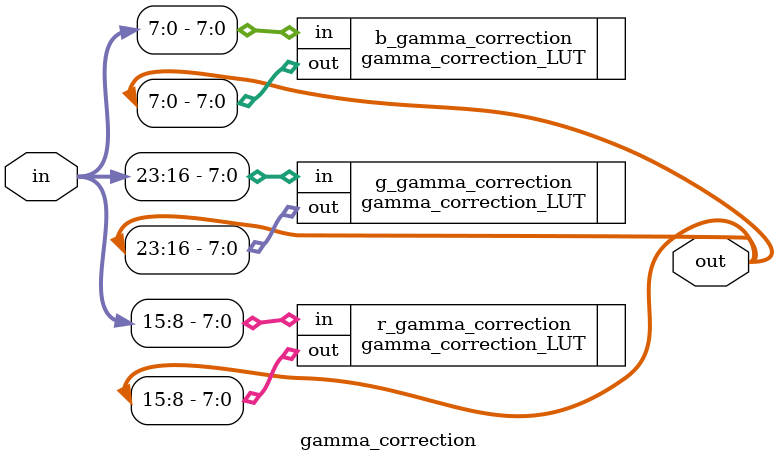
<source format=v>
`timescale 1ns / 1ps

module gamma_correction(
    input   [23:0]  in,
    output  [23:0]  out
    );

    gamma_correction_LUT  g_gamma_correction(
        .in     (in[23:16]),
        .out    (out[23:16])
        );

    gamma_correction_LUT  r_gamma_correction(
        .in     (in[15:8]),
        .out    (out[15:8])
        );

    gamma_correction_LUT  b_gamma_correction(
        .in     (in[7:0]),
        .out    (out[7:0])
        );
    
endmodule
</source>
